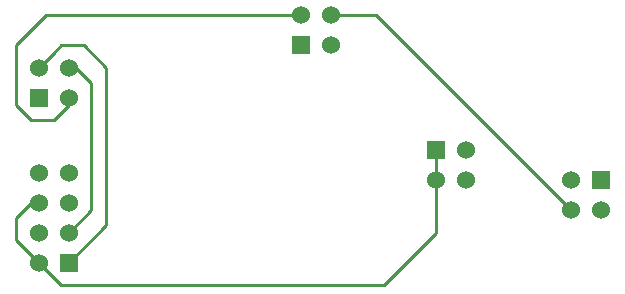
<source format=gbl>
G04 (created by PCBNEW (2013-may-18)-stable) date Wed 29 Apr 2015 02:25:17 AM PDT*
%MOIN*%
G04 Gerber Fmt 3.4, Leading zero omitted, Abs format*
%FSLAX34Y34*%
G01*
G70*
G90*
G04 APERTURE LIST*
%ADD10C,0.00590551*%
%ADD11R,0.06X0.06*%
%ADD12C,0.06*%
%ADD13C,0.01*%
G04 APERTURE END LIST*
G54D10*
G54D11*
X21750Y-25250D03*
G54D12*
X20750Y-25250D03*
X21750Y-24250D03*
X20750Y-24250D03*
X21750Y-23250D03*
X20750Y-23250D03*
X21750Y-22250D03*
X20750Y-22250D03*
G54D11*
X29500Y-18000D03*
G54D12*
X29500Y-17000D03*
X30500Y-18000D03*
X30500Y-17000D03*
G54D11*
X34000Y-21500D03*
G54D12*
X35000Y-21500D03*
X34000Y-22500D03*
X35000Y-22500D03*
G54D11*
X39500Y-22500D03*
G54D12*
X39500Y-23500D03*
X38500Y-22500D03*
X38500Y-23500D03*
G54D11*
X20750Y-19750D03*
G54D12*
X20750Y-18750D03*
X21750Y-19750D03*
X21750Y-18750D03*
G54D13*
X32250Y-26000D02*
X21500Y-26000D01*
X20750Y-23250D02*
X20500Y-23250D01*
X20000Y-24500D02*
X20750Y-25250D01*
X20000Y-23750D02*
X20000Y-24500D01*
X20500Y-23250D02*
X20000Y-23750D01*
X34000Y-22500D02*
X34000Y-24250D01*
X21500Y-26000D02*
X20750Y-25250D01*
X34000Y-24250D02*
X32250Y-26000D01*
X34000Y-21500D02*
X34000Y-22500D01*
X21750Y-19750D02*
X21750Y-20000D01*
X21000Y-17000D02*
X29500Y-17000D01*
X20000Y-18000D02*
X21000Y-17000D01*
X20000Y-20000D02*
X20000Y-18000D01*
X20500Y-20500D02*
X20000Y-20000D01*
X21250Y-20500D02*
X20500Y-20500D01*
X21750Y-20000D02*
X21250Y-20500D01*
X30500Y-17000D02*
X32000Y-17000D01*
X32000Y-17000D02*
X38500Y-23500D01*
X23000Y-23750D02*
X23000Y-23250D01*
X21250Y-18250D02*
X21500Y-18000D01*
X21500Y-18000D02*
X22250Y-18000D01*
X22250Y-18000D02*
X23000Y-18750D01*
X23000Y-18750D02*
X23000Y-23250D01*
X21250Y-18250D02*
X20750Y-18750D01*
X23000Y-23750D02*
X23000Y-24000D01*
X23000Y-24000D02*
X21750Y-25250D01*
X23000Y-23750D02*
X23000Y-24000D01*
X22500Y-23000D02*
X22500Y-23500D01*
X22000Y-18750D02*
X22500Y-19250D01*
X22500Y-19250D02*
X22500Y-23000D01*
X21750Y-24250D02*
X22500Y-23500D01*
X22000Y-18750D02*
X21750Y-18750D01*
M02*

</source>
